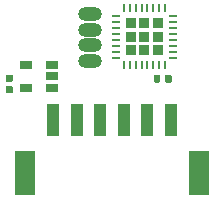
<source format=gbr>
G04 #@! TF.GenerationSoftware,KiCad,Pcbnew,5.0.1-33cea8e~67~ubuntu16.04.1*
G04 #@! TF.CreationDate,2018-10-18T10:52:16-04:00*
G04 #@! TF.ProjectId,IMU Breakout,494D5520427265616B6F75742E6B6963,rev?*
G04 #@! TF.SameCoordinates,Original*
G04 #@! TF.FileFunction,Paste,Top*
G04 #@! TF.FilePolarity,Positive*
%FSLAX46Y46*%
G04 Gerber Fmt 4.6, Leading zero omitted, Abs format (unit mm)*
G04 Created by KiCad (PCBNEW 5.0.1-33cea8e~67~ubuntu16.04.1) date Thu 18 Oct 2018 10:52:16 AM EDT*
%MOMM*%
%LPD*%
G01*
G04 APERTURE LIST*
%ADD10C,0.100000*%
%ADD11C,0.590000*%
%ADD12R,1.000000X2.700000*%
%ADD13R,1.800000X3.800000*%
%ADD14R,0.700000X0.250000*%
%ADD15R,0.250000X0.700000*%
%ADD16R,0.920000X0.920000*%
%ADD17R,1.060000X0.650000*%
%ADD18O,2.000000X1.200000*%
G04 APERTURE END LIST*
D10*
G04 #@! TO.C,C6*
G36*
X1806958Y-9040710D02*
X1821276Y-9042834D01*
X1835317Y-9046351D01*
X1848946Y-9051228D01*
X1862031Y-9057417D01*
X1874447Y-9064858D01*
X1886073Y-9073481D01*
X1896798Y-9083202D01*
X1906519Y-9093927D01*
X1915142Y-9105553D01*
X1922583Y-9117969D01*
X1928772Y-9131054D01*
X1933649Y-9144683D01*
X1937166Y-9158724D01*
X1939290Y-9173042D01*
X1940000Y-9187500D01*
X1940000Y-9482500D01*
X1939290Y-9496958D01*
X1937166Y-9511276D01*
X1933649Y-9525317D01*
X1928772Y-9538946D01*
X1922583Y-9552031D01*
X1915142Y-9564447D01*
X1906519Y-9576073D01*
X1896798Y-9586798D01*
X1886073Y-9596519D01*
X1874447Y-9605142D01*
X1862031Y-9612583D01*
X1848946Y-9618772D01*
X1835317Y-9623649D01*
X1821276Y-9627166D01*
X1806958Y-9629290D01*
X1792500Y-9630000D01*
X1447500Y-9630000D01*
X1433042Y-9629290D01*
X1418724Y-9627166D01*
X1404683Y-9623649D01*
X1391054Y-9618772D01*
X1377969Y-9612583D01*
X1365553Y-9605142D01*
X1353927Y-9596519D01*
X1343202Y-9586798D01*
X1333481Y-9576073D01*
X1324858Y-9564447D01*
X1317417Y-9552031D01*
X1311228Y-9538946D01*
X1306351Y-9525317D01*
X1302834Y-9511276D01*
X1300710Y-9496958D01*
X1300000Y-9482500D01*
X1300000Y-9187500D01*
X1300710Y-9173042D01*
X1302834Y-9158724D01*
X1306351Y-9144683D01*
X1311228Y-9131054D01*
X1317417Y-9117969D01*
X1324858Y-9105553D01*
X1333481Y-9093927D01*
X1343202Y-9083202D01*
X1353927Y-9073481D01*
X1365553Y-9064858D01*
X1377969Y-9057417D01*
X1391054Y-9051228D01*
X1404683Y-9046351D01*
X1418724Y-9042834D01*
X1433042Y-9040710D01*
X1447500Y-9040000D01*
X1792500Y-9040000D01*
X1806958Y-9040710D01*
X1806958Y-9040710D01*
G37*
D11*
X1620000Y-9335000D03*
D10*
G36*
X1806958Y-8070710D02*
X1821276Y-8072834D01*
X1835317Y-8076351D01*
X1848946Y-8081228D01*
X1862031Y-8087417D01*
X1874447Y-8094858D01*
X1886073Y-8103481D01*
X1896798Y-8113202D01*
X1906519Y-8123927D01*
X1915142Y-8135553D01*
X1922583Y-8147969D01*
X1928772Y-8161054D01*
X1933649Y-8174683D01*
X1937166Y-8188724D01*
X1939290Y-8203042D01*
X1940000Y-8217500D01*
X1940000Y-8512500D01*
X1939290Y-8526958D01*
X1937166Y-8541276D01*
X1933649Y-8555317D01*
X1928772Y-8568946D01*
X1922583Y-8582031D01*
X1915142Y-8594447D01*
X1906519Y-8606073D01*
X1896798Y-8616798D01*
X1886073Y-8626519D01*
X1874447Y-8635142D01*
X1862031Y-8642583D01*
X1848946Y-8648772D01*
X1835317Y-8653649D01*
X1821276Y-8657166D01*
X1806958Y-8659290D01*
X1792500Y-8660000D01*
X1447500Y-8660000D01*
X1433042Y-8659290D01*
X1418724Y-8657166D01*
X1404683Y-8653649D01*
X1391054Y-8648772D01*
X1377969Y-8642583D01*
X1365553Y-8635142D01*
X1353927Y-8626519D01*
X1343202Y-8616798D01*
X1333481Y-8606073D01*
X1324858Y-8594447D01*
X1317417Y-8582031D01*
X1311228Y-8568946D01*
X1306351Y-8555317D01*
X1302834Y-8541276D01*
X1300710Y-8526958D01*
X1300000Y-8512500D01*
X1300000Y-8217500D01*
X1300710Y-8203042D01*
X1302834Y-8188724D01*
X1306351Y-8174683D01*
X1311228Y-8161054D01*
X1317417Y-8147969D01*
X1324858Y-8135553D01*
X1333481Y-8123927D01*
X1343202Y-8113202D01*
X1353927Y-8103481D01*
X1365553Y-8094858D01*
X1377969Y-8087417D01*
X1391054Y-8081228D01*
X1404683Y-8076351D01*
X1418724Y-8072834D01*
X1433042Y-8070710D01*
X1447500Y-8070000D01*
X1792500Y-8070000D01*
X1806958Y-8070710D01*
X1806958Y-8070710D01*
G37*
D11*
X1620000Y-8365000D03*
G04 #@! TD*
D12*
G04 #@! TO.C,J1*
X5300000Y-11920000D03*
X7300000Y-11920000D03*
X9300000Y-11920000D03*
X11300000Y-11920000D03*
X13300000Y-11920000D03*
X15300000Y-11920000D03*
D13*
X2950000Y-16370000D03*
X17650000Y-16370000D03*
G04 #@! TD*
D14*
G04 #@! TO.C,U1*
X15450000Y-6610000D03*
X15450000Y-6110000D03*
X15450000Y-5610000D03*
X15450000Y-5110000D03*
X15450000Y-4610000D03*
X15450000Y-4110000D03*
X15450000Y-3610000D03*
X15450000Y-3110000D03*
D15*
X14800000Y-2460000D03*
X14300000Y-2460000D03*
X13800000Y-2460000D03*
X13300000Y-2460000D03*
X12800000Y-2460000D03*
X12300000Y-2460000D03*
X11800000Y-2460000D03*
X11300000Y-2460000D03*
D14*
X10650000Y-3110000D03*
X10650000Y-3610000D03*
X10650000Y-4110000D03*
X10650000Y-4610000D03*
X10650000Y-5110000D03*
X10650000Y-5610000D03*
X10650000Y-6110000D03*
X10650000Y-6610000D03*
D15*
X11300000Y-7260000D03*
X11800000Y-7260000D03*
X12300000Y-7260000D03*
X12800000Y-7260000D03*
X13300000Y-7260000D03*
X13800000Y-7260000D03*
X14300000Y-7260000D03*
X14800000Y-7260000D03*
D16*
X11900000Y-3710000D03*
X13050000Y-3710000D03*
X14200000Y-3710000D03*
X14200000Y-4860000D03*
X13050000Y-4860000D03*
X11900000Y-4860000D03*
X14200000Y-6010000D03*
X13050000Y-6010000D03*
X11900000Y-6010000D03*
G04 #@! TD*
D17*
G04 #@! TO.C,U3*
X5250000Y-9150000D03*
X5250000Y-8200000D03*
X5250000Y-7250000D03*
X3050000Y-7250000D03*
X3050000Y-9150000D03*
G04 #@! TD*
D10*
G04 #@! TO.C,R1*
G36*
X15241958Y-8090710D02*
X15256276Y-8092834D01*
X15270317Y-8096351D01*
X15283946Y-8101228D01*
X15297031Y-8107417D01*
X15309447Y-8114858D01*
X15321073Y-8123481D01*
X15331798Y-8133202D01*
X15341519Y-8143927D01*
X15350142Y-8155553D01*
X15357583Y-8167969D01*
X15363772Y-8181054D01*
X15368649Y-8194683D01*
X15372166Y-8208724D01*
X15374290Y-8223042D01*
X15375000Y-8237500D01*
X15375000Y-8582500D01*
X15374290Y-8596958D01*
X15372166Y-8611276D01*
X15368649Y-8625317D01*
X15363772Y-8638946D01*
X15357583Y-8652031D01*
X15350142Y-8664447D01*
X15341519Y-8676073D01*
X15331798Y-8686798D01*
X15321073Y-8696519D01*
X15309447Y-8705142D01*
X15297031Y-8712583D01*
X15283946Y-8718772D01*
X15270317Y-8723649D01*
X15256276Y-8727166D01*
X15241958Y-8729290D01*
X15227500Y-8730000D01*
X14932500Y-8730000D01*
X14918042Y-8729290D01*
X14903724Y-8727166D01*
X14889683Y-8723649D01*
X14876054Y-8718772D01*
X14862969Y-8712583D01*
X14850553Y-8705142D01*
X14838927Y-8696519D01*
X14828202Y-8686798D01*
X14818481Y-8676073D01*
X14809858Y-8664447D01*
X14802417Y-8652031D01*
X14796228Y-8638946D01*
X14791351Y-8625317D01*
X14787834Y-8611276D01*
X14785710Y-8596958D01*
X14785000Y-8582500D01*
X14785000Y-8237500D01*
X14785710Y-8223042D01*
X14787834Y-8208724D01*
X14791351Y-8194683D01*
X14796228Y-8181054D01*
X14802417Y-8167969D01*
X14809858Y-8155553D01*
X14818481Y-8143927D01*
X14828202Y-8133202D01*
X14838927Y-8123481D01*
X14850553Y-8114858D01*
X14862969Y-8107417D01*
X14876054Y-8101228D01*
X14889683Y-8096351D01*
X14903724Y-8092834D01*
X14918042Y-8090710D01*
X14932500Y-8090000D01*
X15227500Y-8090000D01*
X15241958Y-8090710D01*
X15241958Y-8090710D01*
G37*
D11*
X15080000Y-8410000D03*
D10*
G36*
X14271958Y-8090710D02*
X14286276Y-8092834D01*
X14300317Y-8096351D01*
X14313946Y-8101228D01*
X14327031Y-8107417D01*
X14339447Y-8114858D01*
X14351073Y-8123481D01*
X14361798Y-8133202D01*
X14371519Y-8143927D01*
X14380142Y-8155553D01*
X14387583Y-8167969D01*
X14393772Y-8181054D01*
X14398649Y-8194683D01*
X14402166Y-8208724D01*
X14404290Y-8223042D01*
X14405000Y-8237500D01*
X14405000Y-8582500D01*
X14404290Y-8596958D01*
X14402166Y-8611276D01*
X14398649Y-8625317D01*
X14393772Y-8638946D01*
X14387583Y-8652031D01*
X14380142Y-8664447D01*
X14371519Y-8676073D01*
X14361798Y-8686798D01*
X14351073Y-8696519D01*
X14339447Y-8705142D01*
X14327031Y-8712583D01*
X14313946Y-8718772D01*
X14300317Y-8723649D01*
X14286276Y-8727166D01*
X14271958Y-8729290D01*
X14257500Y-8730000D01*
X13962500Y-8730000D01*
X13948042Y-8729290D01*
X13933724Y-8727166D01*
X13919683Y-8723649D01*
X13906054Y-8718772D01*
X13892969Y-8712583D01*
X13880553Y-8705142D01*
X13868927Y-8696519D01*
X13858202Y-8686798D01*
X13848481Y-8676073D01*
X13839858Y-8664447D01*
X13832417Y-8652031D01*
X13826228Y-8638946D01*
X13821351Y-8625317D01*
X13817834Y-8611276D01*
X13815710Y-8596958D01*
X13815000Y-8582500D01*
X13815000Y-8237500D01*
X13815710Y-8223042D01*
X13817834Y-8208724D01*
X13821351Y-8194683D01*
X13826228Y-8181054D01*
X13832417Y-8167969D01*
X13839858Y-8155553D01*
X13848481Y-8143927D01*
X13858202Y-8133202D01*
X13868927Y-8123481D01*
X13880553Y-8114858D01*
X13892969Y-8107417D01*
X13906054Y-8101228D01*
X13919683Y-8096351D01*
X13933724Y-8092834D01*
X13948042Y-8090710D01*
X13962500Y-8090000D01*
X14257500Y-8090000D01*
X14271958Y-8090710D01*
X14271958Y-8090710D01*
G37*
D11*
X14110000Y-8410000D03*
G04 #@! TD*
D18*
G04 #@! TO.C,J2*
X8440000Y-6910000D03*
X8440000Y-5570000D03*
X8440000Y-4250000D03*
X8440000Y-2910000D03*
G04 #@! TD*
M02*

</source>
